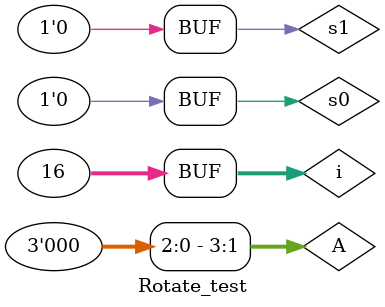
<source format=v>
`timescale 1ns / 1ps


module Rotate_test();
reg [3:0] A;
reg s0,s1;
wire [3:0] Y;
integer i;

Rotate uut(A,s0,s1,Y);

initial begin
s1 = 0;
s0 = 1;
for(i = 0; i<=15; i = i+1) begin
A = $urandom;
#5;
end

s1 = 1;
s0 = 1;
for(i = 0; i<=15; i = i+1) begin
A = $urandom;
#5;
end

s1 = 1;
s0 = 0;
for(i = 0; i<=15; i = i+1) begin
A = $urandom;
#5;
end

s1 = 0;
s0 = 0;
for(i = 0; i<=15; i = i+1) begin
A = $urandom;
#5;
end
end
endmodule

</source>
